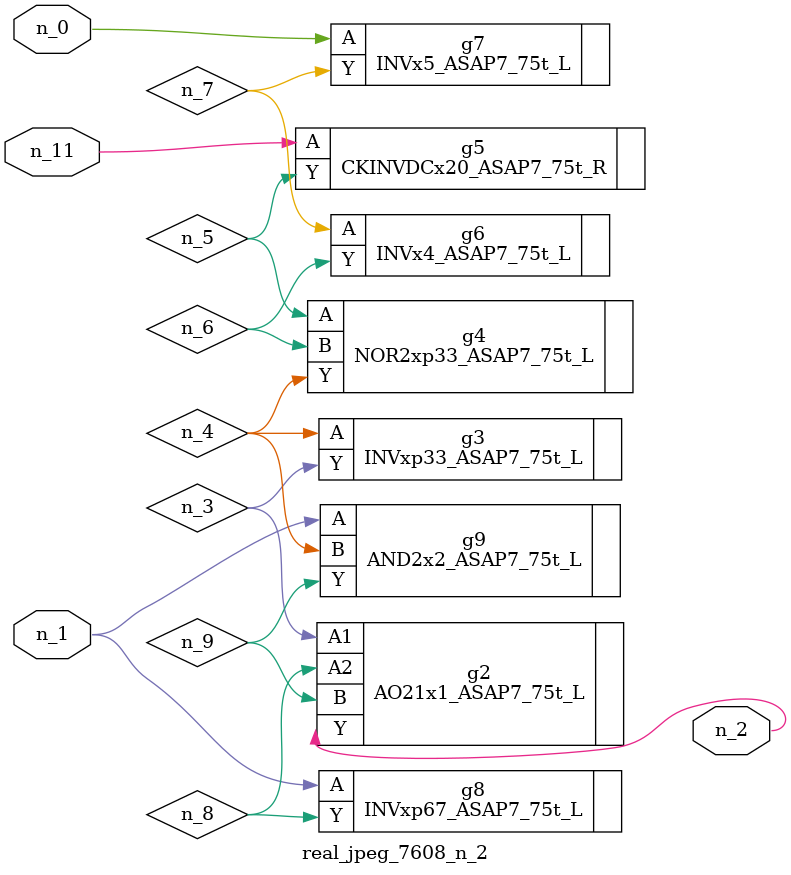
<source format=v>
module real_jpeg_7608_n_2 (n_1, n_11, n_0, n_2);

input n_1;
input n_11;
input n_0;

output n_2;

wire n_5;
wire n_8;
wire n_4;
wire n_6;
wire n_7;
wire n_3;
wire n_9;

INVx5_ASAP7_75t_L g7 ( 
.A(n_0),
.Y(n_7)
);

INVxp67_ASAP7_75t_L g8 ( 
.A(n_1),
.Y(n_8)
);

AND2x2_ASAP7_75t_L g9 ( 
.A(n_1),
.B(n_4),
.Y(n_9)
);

AO21x1_ASAP7_75t_L g2 ( 
.A1(n_3),
.A2(n_8),
.B(n_9),
.Y(n_2)
);

INVxp33_ASAP7_75t_L g3 ( 
.A(n_4),
.Y(n_3)
);

NOR2xp33_ASAP7_75t_L g4 ( 
.A(n_5),
.B(n_6),
.Y(n_4)
);

INVx4_ASAP7_75t_L g6 ( 
.A(n_7),
.Y(n_6)
);

CKINVDCx20_ASAP7_75t_R g5 ( 
.A(n_11),
.Y(n_5)
);


endmodule
</source>
